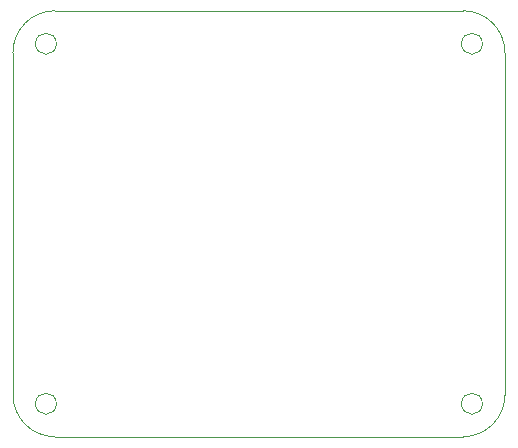
<source format=gbr>
%TF.GenerationSoftware,KiCad,Pcbnew,8.0.4*%
%TF.CreationDate,2024-07-31T15:52:53-07:00*%
%TF.ProjectId,scum3c-devboard,7363756d-3363-42d6-9465-76626f617264,rev?*%
%TF.SameCoordinates,Original*%
%TF.FileFunction,Profile,NP*%
%FSLAX46Y46*%
G04 Gerber Fmt 4.6, Leading zero omitted, Abs format (unit mm)*
G04 Created by KiCad (PCBNEW 8.0.4) date 2024-07-31 15:52:53*
%MOMM*%
%LPD*%
G01*
G04 APERTURE LIST*
%TA.AperFunction,Profile*%
%ADD10C,0.100000*%
%TD*%
%TA.AperFunction,Profile*%
%ADD11C,0.101600*%
%TD*%
G04 APERTURE END LIST*
D10*
X115951000Y-84074000D02*
G75*
G02*
X114173000Y-84074000I-889000J0D01*
G01*
X114173000Y-84074000D02*
G75*
G02*
X115951000Y-84074000I889000J0D01*
G01*
D11*
X76200000Y-54356000D02*
X76200000Y-83312000D01*
D10*
X79883000Y-84074000D02*
G75*
G02*
X78105000Y-84074000I-889000J0D01*
G01*
X78105000Y-84074000D02*
G75*
G02*
X79883000Y-84074000I889000J0D01*
G01*
X115951000Y-53594000D02*
G75*
G02*
X114173000Y-53594000I-889000J0D01*
G01*
X114173000Y-53594000D02*
G75*
G02*
X115951000Y-53594000I889000J0D01*
G01*
X79883000Y-53594000D02*
G75*
G02*
X78105000Y-53594000I-889000J0D01*
G01*
X78105000Y-53594000D02*
G75*
G02*
X79883000Y-53594000I889000J0D01*
G01*
D11*
X76200000Y-54356000D02*
G75*
G02*
X79756000Y-50800000I3556000J0D01*
G01*
X117856000Y-54356000D02*
X117856000Y-83312000D01*
X79756000Y-86868000D02*
G75*
G02*
X76200000Y-83312000I0J3556000D01*
G01*
X114300000Y-50800000D02*
G75*
G02*
X117856000Y-54356000I0J-3556000D01*
G01*
X79756000Y-50800000D02*
X114300000Y-50800000D01*
X117856000Y-83312000D02*
G75*
G02*
X114300000Y-86868000I-3556000J0D01*
G01*
X114300000Y-86868000D02*
X79756000Y-86868000D01*
M02*

</source>
